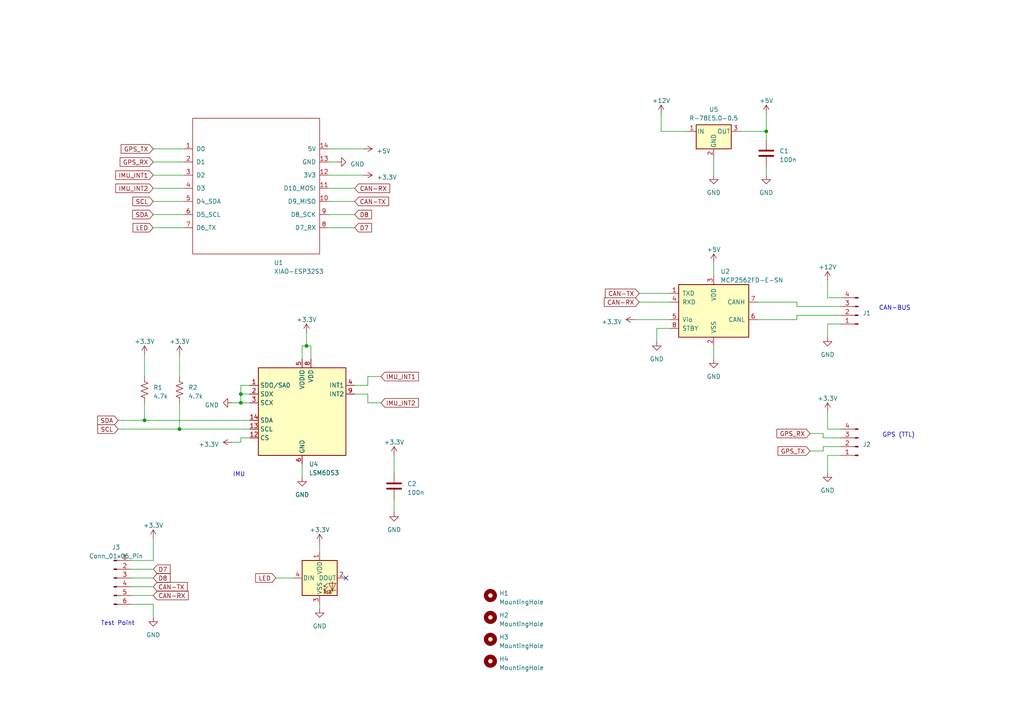
<source format=kicad_sch>
(kicad_sch (version 20230121) (generator eeschema)
  (paper "A4")
  (title_block (title "RV-C Interface") (date "2023-04-17") (rev "V1"))
  (lib_symbols
    (symbol "Connector:Conn_01x04_Pin" (pin_names (offset 1.016) hide)
      (property "Reference" "J" (at 0 5.08 0))
      (property "Value" "Conn_01x04_Pin" (at 0 -7.62 0))
      (symbol "Conn_01x04_Pin_1_1"
        (polyline (pts (xy 1.27 -5.08) (xy 0.8636 -5.08)) (stroke (width 0.1524)))
        (polyline (pts (xy 1.27 -2.54) (xy 0.8636 -2.54)) (stroke (width 0.1524)))
        (polyline (pts (xy 1.27 0) (xy 0.8636 0)) (stroke (width 0.1524)))
        (polyline (pts (xy 1.27 2.54) (xy 0.8636 2.54)) (stroke (width 0.1524)))
        (rectangle (start 0.8636 -4.953) (end 0 -5.207) (stroke (width 0.1524)) (fill (type outline)))
        (rectangle (start 0.8636 -2.413) (end 0 -2.667) (stroke (width 0.1524)) (fill (type outline)))
        (rectangle (start 0.8636 0.127) (end 0 -0.127) (stroke (width 0.1524)) (fill (type outline)))
        (rectangle (start 0.8636 2.667) (end 0 2.413) (stroke (width 0.1524)) (fill (type outline)))
        (pin passive line (at 5.08 2.54 180) (length 3.81) (name "Pin_1") (number "1"))
        (pin passive line (at 5.08 0 180) (length 3.81) (name "Pin_2") (number "2"))
        (pin passive line (at 5.08 -2.54 180) (length 3.81) (name "Pin_3") (number "3"))
        (pin passive line (at 5.08 -5.08 180) (length 3.81) (name "Pin_4") (number "4"))
      )
    )
    (symbol "Connector:Conn_01x06_Pin" (pin_names (offset 1.016) hide)
      (property "Reference" "J" (at 0 7.62 0))
      (property "Value" "Conn_01x06_Pin" (at 0 -10.16 0))
      (symbol "Conn_01x06_Pin_1_1"
        (polyline (pts (xy 1.27 -7.62) (xy 0.8636 -7.62)) (stroke (width 0.1524)))
        (polyline (pts (xy 1.27 -5.08) (xy 0.8636 -5.08)) (stroke (width 0.1524)))
        (polyline (pts (xy 1.27 -2.54) (xy 0.8636 -2.54)) (stroke (width 0.1524)))
        (polyline (pts (xy 1.27 0) (xy 0.8636 0)) (stroke (width 0.1524)))
        (polyline (pts (xy 1.27 2.54) (xy 0.8636 2.54)) (stroke (width 0.1524)))
        (polyline (pts (xy 1.27 5.08) (xy 0.8636 5.08)) (stroke (width 0.1524)))
        (rectangle (start 0.8636 -7.493) (end 0 -7.747) (stroke (width 0.1524)) (fill (type outline)))
        (rectangle (start 0.8636 -4.953) (end 0 -5.207) (stroke (width 0.1524)) (fill (type outline)))
        (rectangle (start 0.8636 -2.413) (end 0 -2.667) (stroke (width 0.1524)) (fill (type outline)))
        (rectangle (start 0.8636 0.127) (end 0 -0.127) (stroke (width 0.1524)) (fill (type outline)))
        (rectangle (start 0.8636 2.667) (end 0 2.413) (stroke (width 0.1524)) (fill (type outline)))
        (rectangle (start 0.8636 5.207) (end 0 4.953) (stroke (width 0.1524)) (fill (type outline)))
        (pin passive line (at 5.08 5.08 180) (length 3.81) (name "Pin_1") (number "1"))
        (pin passive line (at 5.08 2.54 180) (length 3.81) (name "Pin_2") (number "2"))
        (pin passive line (at 5.08 0 180) (length 3.81) (name "Pin_3") (number "3"))
        (pin passive line (at 5.08 -2.54 180) (length 3.81) (name "Pin_4") (number "4"))
        (pin passive line (at 5.08 -5.08 180) (length 3.81) (name "Pin_5") (number "5"))
        (pin passive line (at 5.08 -7.62 180) (length 3.81) (name "Pin_6") (number "6"))
      )
    )
    (symbol "Device:C" (pin_numbers hide) (pin_names (offset 0.254))
      (property "Reference" "C" (at 0.635 2.54 0))
      (property "Value" "C" (at 0.635 -2.54 0))
      (symbol "C_0_1"
        (polyline (pts (xy -2.032 -0.762) (xy 2.032 -0.762)) (stroke (width 0.508)))
        (polyline (pts (xy -2.032 0.762) (xy 2.032 0.762)) (stroke (width 0.508)))
      )
      (symbol "C_1_1"
        (pin passive line (at 0 3.81 270) (length 2.794) (name "~") (number "1"))
        (pin passive line (at 0 -3.81 90) (length 2.794) (name "~") (number "2"))
      )
    )
    (symbol "Device:R_US" (pin_numbers hide) (pin_names (offset 0))
      (property "Reference" "R" (at 2.54 0 90))
      (property "Value" "R_US" (at -2.54 0 90))
      (symbol "R_US_0_1"
        (polyline (pts (xy 0 -2.286) (xy 0 -2.54)))
        (polyline (pts (xy 0 2.286) (xy 0 2.54)))
        (polyline (pts (xy 0 -0.762) (xy 1.016 -1.143) (xy 0 -1.524) (xy -1.016 -1.905) (xy 0 -2.286)))
        (polyline (pts (xy 0 0.762) (xy 1.016 0.381) (xy 0 0) (xy -1.016 -0.381) (xy 0 -0.762)))
        (polyline (pts (xy 0 2.286) (xy 1.016 1.905) (xy 0 1.524) (xy -1.016 1.143) (xy 0 0.762)))
      )
      (symbol "R_US_1_1"
        (pin passive line (at 0 3.81 270) (length 1.27) (name "~") (number "1"))
        (pin passive line (at 0 -3.81 90) (length 1.27) (name "~") (number "2"))
      )
    )
    (symbol "Interface_CAN_LIN:MCP2562-E-SN" (pin_names (offset 1.016))
      (property "Reference" "U" (at -10.16 8.89 0))
      (property "Value" "MCP2562-E-SN" (at 2.54 8.89 0))
      (symbol "MCP2562-E-SN_0_1"
        (rectangle (start -10.16 7.62) (end 10.16 -7.62) (stroke (width 0.254)) (fill (type background)))
      )
      (symbol "MCP2562-E-SN_1_1"
        (pin input line (at -12.7 5.08 0) (length 2.54) (name "TXD") (number "1"))
        (pin power_in line (at 0 -10.16 90) (length 2.54) (name "VSS") (number "2"))
        (pin power_in line (at 0 10.16 270) (length 2.54) (name "VDD") (number "3"))
        (pin output line (at -12.7 2.54 0) (length 2.54) (name "RXD") (number "4"))
        (pin power_in line (at -12.7 -2.54 0) (length 2.54) (name "Vio") (number "5"))
        (pin bidirectional line (at 12.7 -2.54 180) (length 2.54) (name "CANL") (number "6"))
        (pin bidirectional line (at 12.7 2.54 180) (length 2.54) (name "CANH") (number "7"))
        (pin input line (at -12.7 -5.08 0) (length 2.54) (name "STBY") (number "8"))
      )
    )
    (symbol "LED:WS2812B" (pin_names (offset 0.254))
      (property "Reference" "D" (at 5.08 5.715 0))
      (property "Value" "WS2812B" (at 1.27 -5.715 0))
      (symbol "WS2812B_0_0"
        (text "RGB" (at 2.286 -4.191 0) (effects (font (size 0.762 0.762))))
      )
      (symbol "WS2812B_0_1"
        (polyline (pts (xy 1.27 -3.556) (xy 1.778 -3.556)))
        (polyline (pts (xy 1.27 -2.54) (xy 1.778 -2.54)))
        (polyline (pts (xy 4.699 -3.556) (xy 2.667 -3.556)))
        (polyline (pts (xy 2.286 -2.54) (xy 1.27 -3.556) (xy 1.27 -3.048)))
        (polyline (pts (xy 2.286 -1.524) (xy 1.27 -2.54) (xy 1.27 -2.032)))
        (polyline (pts (xy 3.683 -1.016) (xy 3.683 -3.556) (xy 3.683 -4.064)))
        (polyline (pts (xy 4.699 -1.524) (xy 2.667 -1.524) (xy 3.683 -3.556) (xy 4.699 -1.524)))
        (rectangle (start 5.08 5.08) (end -5.08 -5.08) (stroke (width 0.254)) (fill (type background)))
      )
      (symbol "WS2812B_1_1"
        (pin power_in line (at 0 7.62 270) (length 2.54) (name "VDD") (number "1"))
        (pin output line (at 7.62 0 180) (length 2.54) (name "DOUT") (number "2"))
        (pin power_in line (at 0 -7.62 90) (length 2.54) (name "VSS") (number "3"))
        (pin input line (at -7.62 0 0) (length 2.54) (name "DIN") (number "4"))
      )
    )
    (symbol "Mechanical:MountingHole" (pin_names (offset 1.016))
      (property "Reference" "H" (at 0 5.08 0))
      (property "Value" "MountingHole" (at 0 3.175 0))
      (symbol "MountingHole_0_1"
        (circle (center 0 0) (radius 1.27) (stroke (width 1.27)))
      )
    )
    (symbol "Regulator_Switching:R-78E5.0-0.5" (pin_names (offset 0.254))
      (property "Reference" "U" (at -3.81 3.175 0))
      (property "Value" "R-78E5.0-0.5" (at 0 3.175 0))
      (symbol "R-78E5.0-0.5_0_1"
        (rectangle (start -5.08 1.905) (end 5.08 -5.08) (stroke (width 0.254)) (fill (type background)))
      )
      (symbol "R-78E5.0-0.5_1_1"
        (pin power_in line (at -7.62 0 0) (length 2.54) (name "IN") (number "1"))
        (pin power_in line (at 0 -7.62 90) (length 2.54) (name "GND") (number "2"))
        (pin power_out line (at 7.62 0 180) (length 2.54) (name "OUT") (number "3"))
      )
    )
    (symbol "Sensor_Motion:LSM6DS3"
      (property "Reference" "U" (at -11.43 15.24 0))
      (property "Value" "LSM6DS3" (at -11.43 12.7 0))
      (symbol "LSM6DS3_0_1"
        (rectangle (start -12.7 12.7) (end 12.7 -12.7) (stroke (width 0.254)) (fill (type background)))
      )
      (symbol "LSM6DS3_1_1"
        (pin bidirectional line (at -15.24 7.62 0) (length 2.54) (name "SDO/SA0") (number "1"))
        (pin no_connect line (at 12.7 -5.08 180) (length 3.81) hide (name "NC") (number "10"))
        (pin no_connect line (at 12.7 -2.54 180) (length 3.81) hide (name "NC") (number "11"))
        (pin input line (at -15.24 -7.62 0) (length 2.54) (name "CS") (number "12"))
        (pin input line (at -15.24 -5.08 0) (length 2.54) (name "SCL") (number "13"))
        (pin bidirectional line (at -15.24 -2.54 0) (length 2.54) (name "SDA") (number "14"))
        (pin bidirectional line (at -15.24 5.08 0) (length 2.54) (name "SDX") (number "2"))
        (pin input line (at -15.24 2.54 0) (length 2.54) (name "SCX") (number "3"))
        (pin output line (at 15.24 7.62 180) (length 2.54) (name "INT1") (number "4"))
        (pin power_in line (at 0 15.24 270) (length 2.54) (name "VDDIO") (number "5"))
        (pin power_in line (at 0 -15.24 90) (length 2.54) (name "GND") (number "6"))
        (pin passive line (at 0 -15.24 90) (length 2.54) hide (name "GND") (number "7"))
        (pin power_in line (at 2.54 15.24 270) (length 2.54) (name "VDD") (number "8"))
        (pin output line (at 15.24 5.08 180) (length 2.54) (name "INT2") (number "9"))
      )
    )
    (symbol "power:+12V" (power) (pin_names (offset 0))
      (property "Value" "+12V" (at 0 3.556 0))
      (symbol "+12V_0_1"
        (polyline (pts (xy -0.762 1.27) (xy 0 2.54)))
        (polyline (pts (xy 0 0) (xy 0 2.54)))
        (polyline (pts (xy 0 2.54) (xy 0.762 1.27)))
      )
      (symbol "+12V_1_1"
        (pin power_in line (at 0 0 90) (length 0) hide (name "+12V") (number "1"))
      )
    )
    (symbol "power:+3.3V" (power) (pin_names (offset 0))
      (property "Value" "+3.3V" (at 0 3.556 0))
      (symbol "+3.3V_0_1"
        (polyline (pts (xy -0.762 1.27) (xy 0 2.54)))
        (polyline (pts (xy 0 0) (xy 0 2.54)))
        (polyline (pts (xy 0 2.54) (xy 0.762 1.27)))
      )
      (symbol "+3.3V_1_1"
        (pin power_in line (at 0 0 90) (length 0) hide (name "+3.3V") (number "1"))
      )
    )
    (symbol "power:+5V" (power) (pin_names (offset 0))
      (property "Value" "+5V" (at 0 3.556 0))
      (symbol "+5V_0_1"
        (polyline (pts (xy -0.762 1.27) (xy 0 2.54)))
        (polyline (pts (xy 0 0) (xy 0 2.54)))
        (polyline (pts (xy 0 2.54) (xy 0.762 1.27)))
      )
      (symbol "+5V_1_1"
        (pin power_in line (at 0 0 90) (length 0) hide (name "+5V") (number "1"))
      )
    )
    (symbol "power:GND" (power) (pin_names (offset 0))
      (property "Value" "GND" (at 0 -3.81 0))
      (symbol "GND_0_1"
        (polyline (pts (xy 0 0) (xy 0 -1.27) (xy 1.27 -1.27) (xy 0 -2.54) (xy -1.27 -1.27) (xy 0 -1.27)))
      )
      (symbol "GND_1_1"
        (pin power_in line (at 0 0 270) (length 0) hide (name "GND") (number "1"))
      )
    )
    (symbol "xiao:SeeeduinoXIAO" (pin_names (offset 1.016))
      (property "Reference" "U1" (at 4.4959 -21.59 0))
      (property "Value" "XIAO-ESP32S3" (at 4.4959 -24.13 0))
      (symbol "SeeeduinoXIAO_0_1"
        (rectangle (start -19.05 20.32) (end 17.78 -19.05))
      )
      (symbol "SeeeduinoXIAO_1_1"
        (pin unspecified line (at -21.59 11.43 0) (length 2.54) (name "D0") (number "1"))
        (pin unspecified line (at 20.32 -3.81 180) (length 2.54) (name "D9_MISO") (number "10"))
        (pin unspecified line (at 20.32 0 180) (length 2.54) (name "D10_MOSI") (number "11"))
        (pin unspecified line (at 20.32 3.81 180) (length 2.54) (name "3V3") (number "12"))
        (pin unspecified line (at 20.32 7.62 180) (length 2.54) (name "GND") (number "13"))
        (pin unspecified line (at 20.32 11.43 180) (length 2.54) (name "5V") (number "14"))
        (pin unspecified line (at -21.59 7.62 0) (length 2.54) (name "D1") (number "2"))
        (pin unspecified line (at -21.59 3.81 0) (length 2.54) (name "D2") (number "3"))
        (pin unspecified line (at -21.59 0 0) (length 2.54) (name "D3") (number "4"))
        (pin unspecified line (at -21.59 -3.81 0) (length 2.54) (name "D4_SDA") (number "5"))
        (pin unspecified line (at -21.59 -7.62 0) (length 2.54) (name "D5_SCL") (number "6"))
        (pin unspecified line (at -21.59 -11.43 0) (length 2.54) (name "D6_TX") (number "7"))
        (pin unspecified line (at 20.32 -11.43 180) (length 2.54) (name "D7_RX") (number "8"))
        (pin unspecified line (at 20.32 -7.62 180) (length 2.54) (name "D8_SCK") (number "9"))
      )
    )
  )
  (junction (at 69.85 116.84))
  (junction (at 69.85 114.3))
  (junction (at 52.07 124.46))
  (junction (at 222.25 38.1))
  (junction (at 41.91 121.92))
  (junction (at 88.9 100.33))
  (no_connect (at 100.33 167.64))
  (wire (pts (xy 38.1 165.1) (xy 44.45 165.1)))
  (wire (pts (xy 67.31 116.84) (xy 69.85 116.84)))
  (wire (pts (xy 69.85 111.76) (xy 69.85 114.3)))
  (wire (pts (xy 240.03 86.36) (xy 243.84 86.36)))
  (wire (pts (xy 44.45 162.56) (xy 44.45 156.21)))
  (wire (pts (xy 69.85 114.3) (xy 69.85 116.84)))
  (wire (pts (xy 69.85 114.3) (xy 72.39 114.3)))
  (wire (pts (xy 95.25 50.8) (xy 105.41 50.8)))
  (wire (pts (xy 80.01 167.64) (xy 85.09 167.64)))
  (wire (pts (xy 238.76 127) (xy 243.84 127)))
  (wire (pts (xy 87.63 134.62) (xy 87.63 138.43)))
  (wire (pts (xy 240.03 119.38) (xy 240.03 124.46)))
  (wire (pts (xy 106.68 111.76) (xy 106.68 109.22)))
  (wire (pts (xy 185.42 87.63) (xy 194.31 87.63)))
  (wire (pts (xy 67.31 128.27) (xy 69.85 128.27)))
  (wire (pts (xy 238.76 129.54) (xy 243.84 129.54)))
  (wire (pts (xy 69.85 116.84) (xy 72.39 116.84)))
  (wire (pts (xy 41.91 116.84) (xy 41.91 121.92)))
  (wire (pts (xy 87.63 104.14) (xy 87.63 100.33)))
  (wire (pts (xy 222.25 48.26) (xy 222.25 50.8)))
  (wire (pts (xy 191.77 33.02) (xy 191.77 38.1)))
  (wire (pts (xy 222.25 38.1) (xy 222.25 40.64)))
  (wire (pts (xy 240.03 124.46) (xy 243.84 124.46)))
  (wire (pts (xy 92.71 175.26) (xy 92.71 176.53)))
  (wire (pts (xy 231.14 91.44) (xy 243.84 91.44)))
  (wire (pts (xy 88.9 100.33) (xy 90.17 100.33)))
  (wire (pts (xy 114.3 132.08) (xy 114.3 137.16)))
  (wire (pts (xy 219.71 92.71) (xy 231.14 92.71)))
  (wire (pts (xy 106.68 116.84) (xy 110.49 116.84)))
  (wire (pts (xy 243.84 93.98) (xy 240.03 93.98)))
  (wire (pts (xy 38.1 175.26) (xy 44.45 175.26)))
  (wire (pts (xy 185.42 85.09) (xy 194.31 85.09)))
  (wire (pts (xy 38.1 162.56) (xy 44.45 162.56)))
  (wire (pts (xy 44.45 66.04) (xy 53.34 66.04)))
  (wire (pts (xy 95.25 46.99) (xy 97.79 46.99)))
  (wire (pts (xy 95.25 62.23) (xy 102.87 62.23)))
  (wire (pts (xy 207.01 100.33) (xy 207.01 104.14)))
  (wire (pts (xy 106.68 109.22) (xy 110.49 109.22)))
  (wire (pts (xy 190.5 95.25) (xy 190.5 99.06)))
  (wire (pts (xy 184.15 92.71) (xy 194.31 92.71)))
  (wire (pts (xy 44.45 175.26) (xy 44.45 179.07)))
  (wire (pts (xy 114.3 144.78) (xy 114.3 148.59)))
  (wire (pts (xy 207.01 76.2) (xy 207.01 80.01)))
  (wire (pts (xy 44.45 50.8) (xy 53.34 50.8)))
  (wire (pts (xy 44.45 58.42) (xy 53.34 58.42)))
  (wire (pts (xy 191.77 38.1) (xy 199.39 38.1)))
  (wire (pts (xy 44.45 54.61) (xy 53.34 54.61)))
  (wire (pts (xy 234.95 125.73) (xy 238.76 125.73)))
  (wire (pts (xy 52.07 102.87) (xy 52.07 109.22)))
  (wire (pts (xy 52.07 116.84) (xy 52.07 124.46)))
  (wire (pts (xy 238.76 130.81) (xy 238.76 129.54)))
  (wire (pts (xy 95.25 66.04) (xy 102.87 66.04)))
  (wire (pts (xy 238.76 125.73) (xy 238.76 127)))
  (wire (pts (xy 34.29 124.46) (xy 52.07 124.46)))
  (wire (pts (xy 41.91 102.87) (xy 41.91 109.22)))
  (wire (pts (xy 194.31 95.25) (xy 190.5 95.25)))
  (wire (pts (xy 240.03 132.08) (xy 240.03 137.16)))
  (wire (pts (xy 34.29 121.92) (xy 41.91 121.92)))
  (wire (pts (xy 231.14 92.71) (xy 231.14 91.44)))
  (wire (pts (xy 44.45 62.23) (xy 53.34 62.23)))
  (wire (pts (xy 219.71 87.63) (xy 231.14 87.63)))
  (wire (pts (xy 231.14 88.9) (xy 243.84 88.9)))
  (wire (pts (xy 72.39 111.76) (xy 69.85 111.76)))
  (wire (pts (xy 214.63 38.1) (xy 222.25 38.1)))
  (wire (pts (xy 207.01 45.72) (xy 207.01 50.8)))
  (wire (pts (xy 41.91 121.92) (xy 72.39 121.92)))
  (wire (pts (xy 88.9 96.52) (xy 88.9 100.33)))
  (wire (pts (xy 222.25 33.02) (xy 222.25 38.1)))
  (wire (pts (xy 240.03 93.98) (xy 240.03 97.79)))
  (wire (pts (xy 240.03 81.28) (xy 240.03 86.36)))
  (wire (pts (xy 44.45 43.18) (xy 53.34 43.18)))
  (wire (pts (xy 52.07 124.46) (xy 72.39 124.46)))
  (wire (pts (xy 90.17 100.33) (xy 90.17 104.14)))
  (wire (pts (xy 240.03 132.08) (xy 243.84 132.08)))
  (wire (pts (xy 44.45 46.99) (xy 53.34 46.99)))
  (wire (pts (xy 95.25 58.42) (xy 102.87 58.42)))
  (wire (pts (xy 92.71 157.48) (xy 92.71 160.02)))
  (wire (pts (xy 234.95 130.81) (xy 238.76 130.81)))
  (wire (pts (xy 38.1 170.18) (xy 44.45 170.18)))
  (wire (pts (xy 95.25 43.18) (xy 105.41 43.18)))
  (wire (pts (xy 69.85 127) (xy 69.85 128.27)))
  (wire (pts (xy 72.39 127) (xy 69.85 127)))
  (wire (pts (xy 87.63 100.33) (xy 88.9 100.33)))
  (wire (pts (xy 102.87 114.3) (xy 106.68 114.3)))
  (wire (pts (xy 102.87 111.76) (xy 106.68 111.76)))
  (wire (pts (xy 106.68 114.3) (xy 106.68 116.84)))
  (wire (pts (xy 38.1 172.72) (xy 44.45 172.72)))
  (wire (pts (xy 38.1 167.64) (xy 44.45 167.64)))
  (wire (pts (xy 231.14 87.63) (xy 231.14 88.9)))
  (wire (pts (xy 95.25 54.61) (xy 102.87 54.61)))
  (text "Test Point" (at 29.21 181.61 0) (effects (font (size 1.27 1.27)) (justify left bottom)))
  (text "GPS (TTL)" (at 265.43 127 0) (effects (font (size 1.27 1.27)) (justify right bottom)))
  (text "CAN-BUS" (at 264.16 90.17 0) (effects (font (size 1.27 1.27)) (justify right bottom)))
  (text "IMU" (at 71.12 138.43 0) (effects (font (size 1.27 1.27)) (justify right bottom)))
  (text "Serpac Case A21: \n~16mm above PCB for components" (at 148.59 -5.08 0) (effects (font (size 5 5) (thickness 1) bold) (justify left bottom)))
  (global_label "GPS_RX" (shape input) (at 234.95 125.73 180) (property "Intersheetrefs" "${INTERSHEET_REFS}" (effects hide)))
  (global_label "IMU_INT2" (shape input) (at 110.49 116.84 0) (property "Intersheetrefs" "${INTERSHEET_REFS}" (effects hide)))
  (global_label "D7" (shape input) (at 44.45 165.1 0) (property "Intersheetrefs" "${INTERSHEET_REFS}" (effects hide)))
  (global_label "SDA" (shape input) (at 44.45 62.23 180) (property "Intersheetrefs" "${INTERSHEET_REFS}" (effects hide)))
  (global_label "D8" (shape input) (at 44.45 167.64 0) (property "Intersheetrefs" "${INTERSHEET_REFS}" (effects hide)))
  (global_label "SCL" (shape input) (at 44.45 58.42 180) (property "Intersheetrefs" "${INTERSHEET_REFS}" (effects hide)))
  (global_label "D8" (shape input) (at 102.87 62.23 0) (property "Intersheetrefs" "${INTERSHEET_REFS}" (effects hide)))
  (global_label "CAN-TX" (shape input) (at 102.87 58.42 0) (property "Intersheetrefs" "${INTERSHEET_REFS}" (effects hide)))
  (global_label "GPS_TX" (shape input) (at 234.95 130.81 180) (property "Intersheetrefs" "${INTERSHEET_REFS}" (effects hide)))
  (global_label "IMU_INT2" (shape input) (at 44.45 54.61 180) (property "Intersheetrefs" "${INTERSHEET_REFS}" (effects hide)))
  (global_label "IMU_INT1" (shape input) (at 44.45 50.8 180) (property "Intersheetrefs" "${INTERSHEET_REFS}" (effects hide)))
  (global_label "D7" (shape input) (at 102.87 66.04 0) (property "Intersheetrefs" "${INTERSHEET_REFS}" (effects hide)))
  (global_label "CAN-TX" (shape input) (at 185.42 85.09 180) (property "Intersheetrefs" "${INTERSHEET_REFS}" (effects hide)))
  (global_label "GPS_RX" (shape input) (at 44.45 46.99 180) (property "Intersheetrefs" "${INTERSHEET_REFS}" (effects hide)))
  (global_label "CAN-RX" (shape input) (at 102.87 54.61 0) (property "Intersheetrefs" "${INTERSHEET_REFS}" (effects hide)))
  (global_label "SCL" (shape input) (at 34.29 124.46 180) (property "Intersheetrefs" "${INTERSHEET_REFS}" (effects hide)))
  (global_label "LED" (shape input) (at 44.45 66.04 180) (property "Intersheetrefs" "${INTERSHEET_REFS}" (effects hide)))
  (global_label "CAN-RX" (shape input) (at 44.45 172.72 0) (property "Intersheetrefs" "${INTERSHEET_REFS}" (effects hide)))
  (global_label "CAN-RX" (shape input) (at 185.42 87.63 180) (property "Intersheetrefs" "${INTERSHEET_REFS}" (effects hide)))
  (global_label "LED" (shape input) (at 80.01 167.64 180) (property "Intersheetrefs" "${INTERSHEET_REFS}" (effects hide)))
  (global_label "GPS_TX" (shape input) (at 44.45 43.18 180) (property "Intersheetrefs" "${INTERSHEET_REFS}" (effects hide)))
  (global_label "CAN-TX" (shape input) (at 44.45 170.18 0) (property "Intersheetrefs" "${INTERSHEET_REFS}" (effects hide)))
  (global_label "SDA" (shape input) (at 34.29 121.92 180) (property "Intersheetrefs" "${INTERSHEET_REFS}" (effects hide)))
  (global_label "IMU_INT1" (shape input) (at 110.49 109.22 0) (property "Intersheetrefs" "${INTERSHEET_REFS}" (effects hide)))
  (symbol (lib_id "power:+3.3V") (at 105.41 50.8 270) (unit 1)
    (property "Reference" "#PWR03" (effects hide))
    (property "Value" "+3.3V" (at 109.22 51.435 90) (effects (justify left)))
  )
  (symbol (lib_id "power:+3.3V") (at 184.15 92.71 90) (unit 1)
    (property "Reference" "#PWR04" (effects hide))
    (property "Value" "+3.3V" (at 180.34 93.345 90) (effects (justify left)))
  )
  (symbol (lib_id "power:+3.3V") (at 67.31 128.27 90) (unit 1)
    (property "Reference" "#PWR020" (effects hide))
    (property "Value" "+3.3V" (at 63.5 128.905 90) (effects (justify left)))
  )
  (symbol (lib_id "power:+12V") (at 191.77 33.02 0) (unit 1)
    (property "Reference" "#PWR05" (effects hide))
    (property "Value" "+12V" (at 191.77 29.21 0))
  )
  (symbol (lib_id "Regulator_Switching:R-78E5.0-0.5") (at 207.01 38.1 0) (unit 1)
    (property "Reference" "U5" (at 207.01 31.75 0))
    (property "Value" "R-78E5.0-0.5" (at 207.01 34.29 0))
    (property "Footprint" "Converter_DCDC:Converter_DCDC_RECOM_R-78E-0.5_THT" (effects hide))
    (property "Datasheet" "https://www.recom-power.com/pdf/Innoline/R-78Exx-0.5.pdf" (effects hide))
    (property "Digikey" "945-1648-5-ND" (effects hide))
    (property "Description" "Through hole, assembly optional" (effects hide))
  )
  (symbol (lib_id "Connector:Conn_01x04_Pin") (at 248.92 129.54 180) (unit 1)
    (property "Reference" "J2" (at 250.19 128.905 0) (effects (justify right)))
    (property "Value" "Conn_01x04_Pin" (effects hide))
    (property "Footprint" "Connector_JST:JST_PH_S4B-PH-SM4-TB_1x04-1MP_P2.00mm_Horizontal" (effects hide))
    (property "Datasheet" "https://www.jst-mfg.com/product/pdf/eng/ePH.pdf" (effects hide))
    (property "Digikey" "455-1751-2-ND" (effects hide))
    (property "Description" "Side Entry" (effects hide))
  )
  (symbol (lib_id "power:+5V") (at 222.25 33.02 0) (unit 1)
    (property "Reference" "#PWR01" (effects hide))
    (property "Value" "+5V" (at 222.25 29.21 0))
  )
  (symbol (lib_id "power:GND") (at 207.01 104.14 0) (unit 1)
    (property "Reference" "#PWR06" (effects hide))
    (property "Value" "GND" (at 207.01 109.22 0))
  )
  (symbol (lib_id "Device:C") (at 222.25 44.45 0) (unit 1)
    (property "Reference" "C1" (at 226.06 43.815 0) (effects (justify left)))
    (property "Value" "100n" (at 226.06 46.355 0) (effects (justify left)))
    (property "Footprint" "Resistor_SMD:R_0603_1608Metric" (effects hide))
    (property "Description" "Ceramic, 16V" (effects hide))
    (property "LCSC" "C2170562" (effects hide))
  )
  (symbol (lib_id "power:GND") (at 67.31 116.84 270) (unit 1)
    (property "Reference" "#PWR019" (effects hide))
    (property "Value" "GND" (at 63.5 117.475 90) (effects (justify right)))
  )
  (symbol (lib_id "power:+5V") (at 105.41 43.18 270) (unit 1)
    (property "Reference" "#PWR09" (effects hide))
    (property "Value" "+5V" (at 109.22 43.815 90) (effects (justify left)))
  )
  (symbol (lib_id "power:+3.3V") (at 92.71 157.48 0) (unit 1)
    (property "Reference" "#PWR026" (effects hide))
    (property "Value" "+3.3V" (at 92.71 153.67 0))
  )
  (symbol (lib_id "Device:R_US") (at 52.07 113.03 0) (unit 1)
    (property "Reference" "R2" (at 54.61 112.395 0) (effects (justify left)))
    (property "Value" "4.7k" (at 54.61 114.935 0) (effects (justify left)))
    (property "Footprint" "Resistor_SMD:R_0603_1608Metric" (effects hide))
    (property "LCSC" "C116697" (effects hide))
  )
  (symbol (lib_id "power:+12V") (at 240.03 81.28 0) (unit 1)
    (property "Reference" "#PWR014" (effects hide))
    (property "Value" "+12V" (at 240.03 77.47 0))
  )
  (symbol (lib_id "Mechanical:MountingHole") (at 142.24 191.77 0) (unit 1) (in_bom no)
    (property "Reference" "H4" (at 144.78 191.135 0) (effects (justify left)))
    (property "Value" "MountingHole" (at 144.78 193.675 0) (effects (justify left)))
    (property "Footprint" "MountingHole:MountingHole_3.5mm" (effects hide))
  )
  (symbol (lib_id "power:GND") (at 97.79 46.99 90) (unit 1)
    (property "Reference" "#PWR08" (effects hide))
    (property "Value" "GND" (at 101.6 47.625 90) (effects (justify right)))
  )
  (symbol (lib_id "power:+5V") (at 207.01 76.2 0) (unit 1)
    (property "Reference" "#PWR02" (effects hide))
    (property "Value" "+5V" (at 207.01 72.39 0))
  )
  (symbol (lib_id "power:GND") (at 87.63 138.43 0) (unit 1)
    (property "Reference" "#PWR018" (effects hide))
    (property "Value" "GND" (at 87.63 143.51 0))
  )
  (symbol (lib_id "Connector:Conn_01x04_Pin") (at 248.92 91.44 180) (unit 1)
    (property "Reference" "J1" (at 250.19 90.805 0) (effects (justify right)))
    (property "Value" "Conn_01x04_Pin" (effects hide))
    (property "Footprint" "Connector_JST:JST_PH_S4B-PH-SM4-TB_1x04-1MP_P2.00mm_Horizontal" (effects hide))
    (property "Datasheet" "https://www.jst-mfg.com/product/pdf/eng/ePH.pdf" (effects hide))
    (property "Digikey" "455-1751-2-ND" (effects hide))
    (property "Description" "Side Entry" (effects hide))
  )
  (symbol (lib_id "power:+3.3V") (at 240.03 119.38 0) (unit 1)
    (property "Reference" "#PWR016" (effects hide))
    (property "Value" "+3.3V" (at 240.03 115.57 0))
  )
  (symbol (lib_id "power:GND") (at 240.03 97.79 0) (unit 1)
    (property "Reference" "#PWR015" (effects hide))
    (property "Value" "GND" (at 240.03 102.87 0))
  )
  (symbol (lib_id "Device:C") (at 114.3 140.97 0) (unit 1)
    (property "Reference" "C2" (at 118.11 140.335 0) (effects (justify left)))
    (property "Value" "100n" (at 118.11 142.875 0) (effects (justify left)))
    (property "Footprint" "Resistor_SMD:R_0603_1608Metric" (effects hide))
    (property "Description" "Ceramic, 16V" (effects hide))
    (property "LCSC" "C2170562" (effects hide))
  )
  (symbol (lib_id "power:+3.3V") (at 88.9 96.52 0) (unit 1)
    (property "Reference" "#PWR012" (effects hide))
    (property "Value" "+3.3V" (at 88.9 92.71 0))
  )
  (symbol (lib_id "Mechanical:MountingHole") (at 142.24 172.72 0) (unit 1) (in_bom no)
    (property "Reference" "H1" (at 144.78 172.085 0) (effects (justify left)))
    (property "Value" "MountingHole" (at 144.78 174.625 0) (effects (justify left)))
    (property "Footprint" "MountingHole:MountingHole_3.5mm" (effects hide))
  )
  (symbol (lib_id "power:GND") (at 207.01 50.8 0) (unit 1)
    (property "Reference" "#PWR07" (effects hide))
    (property "Value" "GND" (at 207.01 55.88 0))
  )
  (symbol (lib_id "power:GND") (at 222.25 50.8 0) (unit 1)
    (property "Reference" "#PWR023" (effects hide))
    (property "Value" "GND" (at 222.25 55.88 0))
  )
  (symbol (lib_id "LED:WS2812B") (at 92.71 167.64 0) (unit 1)
    (property "Reference" "D1" (effects hide))
    (property "Value" "WS2812B" (effects hide))
    (property "Footprint" "LED_SMD:LED_WS2812B_PLCC4_5.0x5.0mm_P3.2mm" (effects hide))
    (property "Datasheet" "https://cdn-shop.adafruit.com/datasheets/WS2812B.pdf" (effects hide))
    (property "Digikey" "1568-COM-16347" (effects hide))
    (property "LCSC" "C2761795" (effects hide))
  )
  (symbol (lib_id "Interface_CAN_LIN:MCP2562-E-SN") (at 207.01 90.17 0) (unit 1)
    (property "Reference" "U2" (at 208.9659 78.74 0) (effects (justify left)))
    (property "Value" "MCP2562FD-E-SN" (at 208.9659 81.28 0) (effects (justify left)))
    (property "Footprint" "Package_SO:SOIC-8_3.9x4.9mm_P1.27mm" (effects hide))
    (property "Datasheet" "http://ww1.microchip.com/downloads/en/DeviceDoc/25167A.pdf" (effects hide))
    (property "Digikey" "MCP2562FD-E/SN-ND" (effects hide))
    (property "LCSC" "C124016" (effects hide))
  )
  (symbol (lib_id "power:GND") (at 114.3 148.59 0) (unit 1)
    (property "Reference" "#PWR021" (effects hide))
    (property "Value" "GND" (at 114.3 153.67 0))
  )
  (symbol (lib_id "Mechanical:MountingHole") (at 142.24 179.07 0) (unit 1) (in_bom no)
    (property "Reference" "H2" (at 144.78 178.435 0) (effects (justify left)))
    (property "Value" "MountingHole" (at 144.78 180.975 0) (effects (justify left)))
    (property "Footprint" "MountingHole:MountingHole_3.5mm" (effects hide))
  )
  (symbol (lib_id "power:+3.3V") (at 114.3 132.08 0) (unit 1)
    (property "Reference" "#PWR024" (effects hide))
    (property "Value" "+3.3V" (at 114.3 128.27 0))
  )
  (symbol (lib_id "power:+3.3V") (at 41.91 102.87 0) (unit 1)
    (property "Reference" "#PWR010" (effects hide))
    (property "Value" "+3.3V" (at 41.91 99.06 0))
  )
  (symbol (lib_id "power:GND") (at 190.5 99.06 0) (unit 1)
    (property "Reference" "#PWR013" (effects hide))
    (property "Value" "GND" (at 190.5 104.14 0))
  )
  (symbol (lib_id "power:GND") (at 240.03 137.16 0) (unit 1)
    (property "Reference" "#PWR017" (effects hide))
    (property "Value" "GND" (at 240.03 142.24 0))
  )
  (symbol (lib_id "power:GND") (at 44.45 179.07 0) (unit 1)
    (property "Reference" "#PWR029" (effects hide))
    (property "Value" "GND" (at 44.45 184.15 0))
  )
  (symbol (lib_id "Mechanical:MountingHole") (at 142.24 185.42 0) (unit 1) (in_bom no)
    (property "Reference" "H3" (at 144.78 184.785 0) (effects (justify left)))
    (property "Value" "MountingHole" (at 144.78 187.325 0) (effects (justify left)))
    (property "Footprint" "MountingHole:MountingHole_3.5mm" (effects hide))
  )
  (symbol (lib_id "power:GND") (at 92.71 176.53 0) (unit 1)
    (property "Reference" "#PWR027" (effects hide))
    (property "Value" "GND" (at 92.71 181.61 0))
  )
  (symbol (lib_id "xiao:SeeeduinoXIAO") (at 74.93 54.61 0) (unit 1)
    (property "Reference" "U1" (at 79.4259 76.2 0) (effects (justify left)))
    (property "Value" "XIAO-ESP32S3" (at 79.4259 78.74 0) (effects (justify left)))
    (property "Footprint" "xiao:Seeeduino XIAO-ESP32S3-2.54-21X17.8MM" (effects hide))
    (property "Datasheet" "https://www.seeedstudio.com/XIAO-ESP32S3-p-5627.html?queryID=840f29b6e4f478e8455fa6200a7f29ed&objectID=5627&indexName=bazaar_retailer_products" (effects hide))
    (property "Description" "Seeestudio XIAO ESP32S3 Module, SKU 113991114" (effects hide))
  )
  (symbol (lib_id "power:+3.3V") (at 44.45 156.21 0) (unit 1)
    (property "Reference" "#PWR028" (effects hide))
    (property "Value" "+3.3V" (at 44.45 152.4 0))
  )
  (symbol (lib_id "Device:R_US") (at 41.91 113.03 0) (unit 1)
    (property "Reference" "R1" (at 44.45 112.395 0) (effects (justify left)))
    (property "Value" "4.7k" (at 44.45 114.935 0) (effects (justify left)))
    (property "Footprint" "Resistor_SMD:R_0603_1608Metric" (effects hide))
    (property "LCSC" "C116697" (effects hide))
  )
  (symbol (lib_id "Sensor_Motion:LSM6DS3") (at 87.63 119.38 0) (unit 1)
    (property "Reference" "U4" (at 89.5859 134.62 0) (effects (justify left)))
    (property "Value" "LSM6DS3" (at 89.5859 137.16 0) (effects (justify left)))
    (property "Footprint" "Package_LGA:LGA-14_3x2.5mm_P0.5mm_LayoutBorder3x4y" (effects hide))
    (property "Datasheet" "https://www.st.com/resource/en/datasheet/lsm6ds3tr-c.pdf" (effects hide))
    (property "Digikey" "497-15383" (effects hide))
    (property "LCSC" "C967633" (effects hide))
  )
  (symbol (lib_id "power:+3.3V") (at 52.07 102.87 0) (unit 1)
    (property "Reference" "#PWR011" (effects hide))
    (property "Value" "+3.3V" (at 52.07 99.06 0))
  )
  (symbol (lib_id "Connector:Conn_01x06_Pin") (at 33.02 167.64 0) (unit 1)
    (property "Reference" "J3" (at 33.655 158.75 0))
    (property "Value" "Conn_01x06_Pin" (at 33.655 161.29 0))
    (property "Footprint" "Connector_PinHeader_2.54mm:PinHeader_1x06_P2.54mm_Vertical_SMD_Pin1Left" (effects hide))
    (property "Datasheet" "https://cdn.amphenol-cs.com/media/wysiwyg/files/drawing/10129380.pdf" (effects hide))
    (property "Digikey" "609-10129380-906002BLF-ND" (effects hide))
  )
)
</source>
